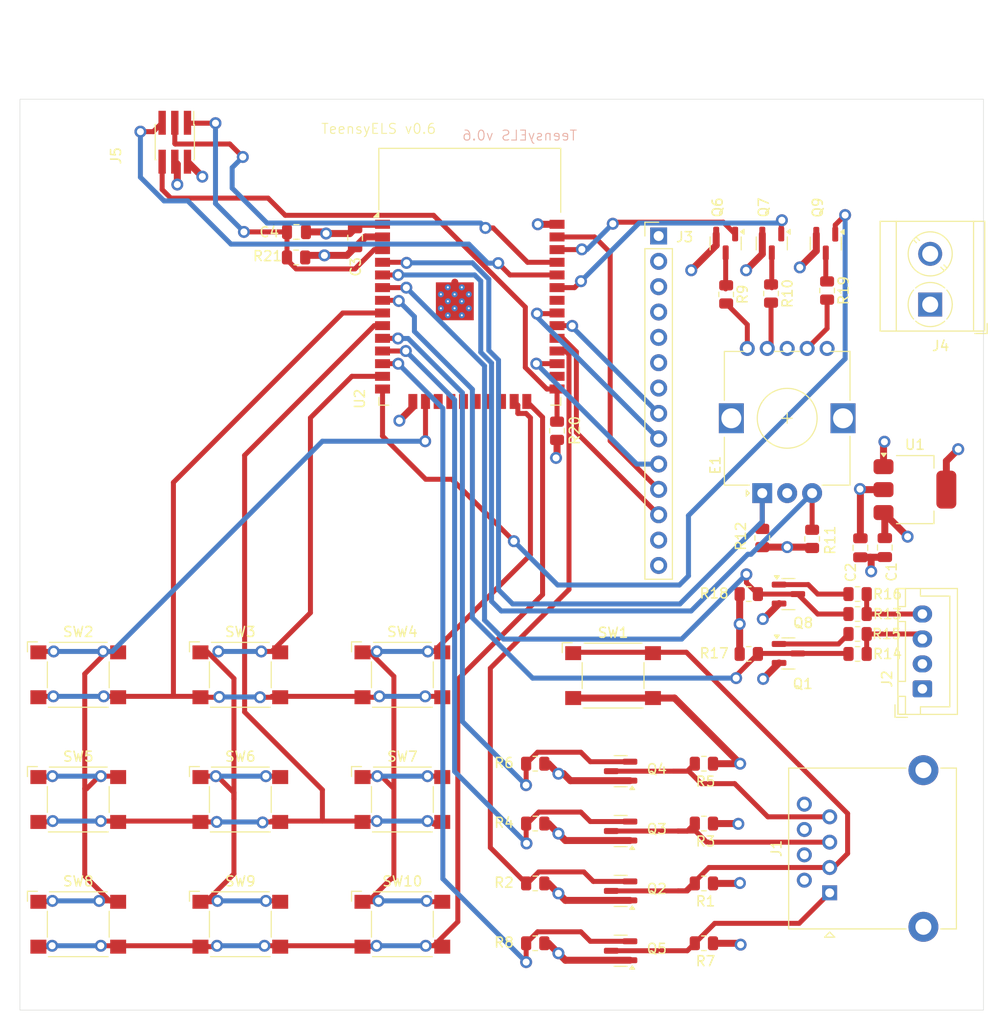
<source format=kicad_pcb>
(kicad_pcb (version 20241229) (generator "pcbnew") (generator_version "9.0")
  (layers (0 "F.Cu" signal) (4 "In1.Cu" signal) (6 "In2.Cu" signal) (2 "B.Cu" signal) (13 "F.Paste" user) (15 "B.Paste" user) (5 "F.SilkS" user "F.Silkscreen") (7 "B.SilkS" user "B.Silkscreen") (1 "F.Mask" user) (3 "B.Mask" user) (25 "Edge.Cuts" user))
  (net 0 "")
  (net 1 "GND")
  (net 2 "Net-(Q4-D)")
  (net 3 "Net-(Q5-D)")
  (net 4 "Net-(Q2-D)")
  (net 5 "Net-(Q3-D)")
  (net 6 "+5V")
  (net 7 "Net-(J2-Pin_4)")
  (net 8 "Net-(J2-Pin_3)")
  (net 9 "/Step")
  (net 10 "/UIEncA")
  (net 11 "/PadH1")
  (net 12 "/Red")
  (net 13 "/EncA")
  (net 14 "/PadH3")
  (net 15 "/PadV2")
  (net 16 "/PadV3")
  (net 17 "/Alm")
  (net 18 "+3.3V")
  (net 19 "/Green")
  (net 20 "/Ena")
  (net 21 "/PadV1")
  (net 22 "/PadH2")
  (net 23 "/Dir")
  (net 24 "/UIEncB")
  (net 25 "/EncB")
  (net 26 "Net-(Q1-G)")
  (net 27 "Net-(Q6-D)")
  (net 28 "Net-(Q7-D)")
  (net 29 "Net-(Q8-G)")
  (net 30 "Net-(E1-RL)")
  (net 31 "/EN")
  (net 32 "Net-(E1-GL)")
  (net 34 "Net-(E1-BL)")
  (net 35 "/RXD")
  (net 36 "/BOOT")
  (net 37 "/TXD")
  (net 38 "Net-(Q9-D)")
  (net 40 "/LCD_DC")
  (net 41 "/LCD_Rst")
  (net 44 "/LCD_CLK")
  (net 45 "/LCD_MOSI")
  (net 47 "/LCD_CS")
  (net 51 "/Blue")
  (net 52 "/LCD_BL")
  (net 54 "/LCD_MISO")
  (footprint "RF_Module:ESP32-WROOM-32D" (layer "F.Cu") (at 62.11 40.685)
    (property "Reference" "U2")
    (property "Value" "ESP32-WROOM-32E" (hide yes))
  )
  (footprint "Connector_PinHeader_2.54mm:PinHeader_1x14_P2.54mm_Vertical" (layer "F.Cu") (at 81.05 33.61)
    (property "Reference" "J3")
    (property "Value" "Conn_01x14_Socket" (hide yes))
  )
  (footprint "Package_TO_SOT_SMD:SOT-23" (layer "F.Cu") (at 77.2375 93.25 180)
    (property "Reference" "Q3")
    (property "Value" "BSS138" (hide yes))
  )
  (footprint "Resistor_SMD:R_0805_2012Metric" (layer "F.Cu") (at 90.0875 69.5 180)
    (property "Reference" "R18")
    (property "Value" "10K" (hide yes))
  )
  (footprint "" (layer "F.Cu") (at 21.86 67.06)
    (property "Reference" "")
    (property "Value" "")
  )
  (footprint "Resistor_SMD:R_0805_2012Metric" (layer "F.Cu") (at 68.675 92.5)
    (property "Reference" "R4")
    (property "Value" "10K" (hide yes))
  )
  (footprint "Package_TO_SOT_SMD:SOT-23" (layer "F.Cu") (at 97.81 34.3675 -90)
    (property "Reference" "Q9")
    (property "Value" "BSS138")
  )
  (footprint "Package_TO_SOT_SMD:SOT-23" (layer "F.Cu") (at 94.0625 69.5)
    (property "Reference" "Q8")
    (property "Value" "BSS138" (hide yes))
  )
  (footprint "Package_TO_SOT_SMD:SOT-23" (layer "F.Cu") (at 92.395 34.35 -90)
    (property "Reference" "Q7")
    (property "Value" "BSS138" (hide yes))
  )
  (footprint "Resistor_SMD:R_0805_2012Metric" (layer "F.Cu") (at 96.44 63.9675 -90)
    (property "Reference" "R11")
    (property "Value" "10K" (hide yes))
  )
  (footprint "Resistor_SMD:R_0805_2012Metric" (layer "F.Cu") (at 91.44 63.88 90)
    (property "Reference" "R12")
    (property "Value" "10K" (hide yes))
  )
  (footprint "" (layer "F.Cu") (at 20.21 23.57)
    (property "Reference" "")
    (property "Value" "")
  )
  (footprint "Connector_JST:JST_XH_B4B-XH-A_1x04_P2.50mm_Vertical" (layer "F.Cu") (at 107.5 79 90)
    (property "Reference" "J2")
    (property "Value" "Conn_01x04_Pin" (hide yes))
  )
  (footprint "TerminalBlock_CUI:TerminalBlock_CUI_TB007-508-02_1x02_P5.08mm_Horizontal" (layer "F.Cu") (at 108.28 40.48 90)
    (property "Reference" "J4")
    (property "Value" "Screw_Terminal_01x02" (hide yes))
  )
  (footprint "Resistor_SMD:R_0805_2012Metric" (layer "F.Cu") (at 85.5875 104.5 180)
    (property "Reference" "R7")
    (property "Value" "10K" (hide yes))
  )
  (footprint "Button_Switch_SMD:SW_SPST_Omron_B3FS-101xP" (layer "F.Cu") (at 22.85 102.59)
    (property "Reference" "SW8")
    (property "Value" "SW_Omron_B3FS")
  )
  (footprint "Resistor_SMD:R_0805_2012Metric" (layer "F.Cu") (at 101 75.5 180)
    (property "Reference" "R14")
    (property "Value" "0K" (hide yes))
  )
  (footprint "Resistor_SMD:R_0805_2012Metric" (layer "F.Cu") (at 70.86 53.13 -90)
    (property "Reference" "R20")
    (property "Value" "10K")
  )
  (footprint "Capacitor_SMD:C_0805_2012Metric" (layer "F.Cu") (at 101.28 64.86 90)
    (property "Reference" "C2")
    (property "Value" "22uF" (hide yes))
  )
  (footprint "Resistor_SMD:R_0805_2012Metric" (layer "F.Cu") (at 85.5875 98.5 180)
    (property "Reference" "R1")
    (property "Value" "10K" (hide yes))
  )
  (footprint "Connector_PinHeader_1.27mm:PinHeader_2x03_P1.27mm_Vertical_SMD" (layer "F.Cu") (at 32.53 24.21 -90)
    (property "Reference" "J5")
    (property "Value" "Conn_02x03_Odd_Even" (hide yes))
  )
  (footprint "" (layer "F.Cu") (at 110.16 23.57)
    (property "Reference" "")
    (property "Value" "")
  )
  (footprint "Resistor_SMD:R_0805_2012Metric" (layer "F.Cu") (at 68.675 86.5)
    (property "Reference" "R6")
    (property "Value" "10K" (hide yes))
  )
  (footprint "Button_Switch_SMD:SW_SPST_Omron_B3FS-101xP" (layer "F.Cu") (at 39.1 90.09)
    (property "Reference" "SW6")
    (property "Value" "SW_Omron_B3FS")
  )
  (footprint "Package_TO_SOT_SMD:SOT-223-3_TabPin2" (layer "F.Cu") (at 106.75 59.03)
    (property "Reference" "U1")
    (property "Value" "AMS1117-3.3" (hide yes))
  )
  (footprint "Resistor_SMD:R_0805_2012Metric" (layer "F.Cu") (at 44.6925 35.76)
    (property "Reference" "R21")
    (property "Value" "10K" (hide yes))
  )
  (footprint "Resistor_SMD:R_0805_2012Metric" (layer "F.Cu") (at 85.5875 92.5 180)
    (property "Reference" "R3")
    (property "Value" "10K" (hide yes))
  )
  (footprint "Resistor_SMD:R_0805_2012Metric" (layer "F.Cu") (at 101 73.5 180)
    (property "Reference" "R15")
    (property "Value" "1K" (hide yes))
  )
  (footprint "Button_Switch_SMD:SW_SPST_Omron_B3FS-101xP" (layer "F.Cu") (at 76.48 77.67)
    (property "Reference" "SW1")
    (property "Value" "SW_Omron_B3FS")
  )
  (footprint "Package_TO_SOT_SMD:SOT-23" (layer "F.Cu") (at 77.2375 99.25 180)
    (property "Reference" "Q2")
    (property "Value" "BSS138" (hide yes))
  )
  (footprint "Resistor_SMD:R_0805_2012Metric" (layer "F.Cu") (at 97.94 39.075 -90)
    (property "Reference" "R19")
    (property "Value" "330R")
  )
  (footprint "Resistor_SMD:R_0805_2012Metric" (layer "F.Cu") (at 90.0875 75.5 180)
    (property "Reference" "R17")
    (property "Value" "1K" (hide yes))
  )
  (footprint "Resistor_SMD:R_0805_2012Metric" (layer "F.Cu") (at 101 69.5 180)
    (property "Reference" "R16")
    (property "Value" "1K" (hide yes))
  )
  (footprint "Package_TO_SOT_SMD:SOT-23" (layer "F.Cu") (at 77.2375 105.25 180)
    (property "Reference" "Q5")
    (property "Value" "BSS138" (hide yes))
  )
  (footprint "Resistor_SMD:R_0805_2012Metric" (layer "F.Cu") (at 85.5875 86.5 180)
    (property "Reference" "R5")
    (property "Value" "10K" (hide yes))
  )
  (footprint "Button_Switch_SMD:SW_SPST_Omron_B3FS-101xP" (layer "F.Cu") (at 39.1 77.59)
    (property "Reference" "SW3")
    (property "Value" "SW_Omron_B3FS")
  )
  (footprint "Capacitor_SMD:C_0805_2012Metric" (layer "F.Cu") (at 44.73 33.2)
    (property "Reference" "C4")
    (property "Value" "0.1uF")
  )
  (footprint "Package_TO_SOT_SMD:SOT-23" (layer "F.Cu") (at 94.0625 75.45)
    (property "Reference" "Q1")
    (property "Value" "BSS138" (hide yes))
  )
  (footprint "Resistor_SMD:R_0805_2012Metric" (layer "F.Cu") (at 87.82 39.4625 -90)
    (property "Reference" "R9")
    (property "Value" "330R" (hide yes))
  )
  (footprint "" (layer "F.Cu") (at 110.16 107.6)
    (property "Reference" "")
    (property "Value" "")
  )
  (footprint "Package_TO_SOT_SMD:SOT-23" (layer "F.Cu") (at 77.2375 87.25 180)
    (property "Reference" "Q4")
    (property "Value" "BSS138" (hide yes))
  )
  (footprint "Connector_RJ:RJ45_RCH_RC01937" (layer "F.Cu") (at 98.2 99.445 90)
    (property "Reference" "J1")
    (property "Value" "RJ45_Shielded" (hide yes))
  )
  (footprint "" (layer "F.Cu") (at 21.86 32.85)
    (property "Reference" "")
    (property "Value" "")
  )
  (footprint "Resistor_SMD:R_0805_2012Metric" (layer "F.Cu") (at 92.32 39.375 -90)
    (property "Reference" "R10")
    (property "Value" "330R" (hide yes))
  )
  (footprint "Capacitor_SMD:C_0805_2012Metric" (layer "F.Cu") (at 50.61 33.79 90)
    (property "Reference" "C3")
    (property "Value" "0.1uF")
  )
  (footprint "Button_Switch_SMD:SW_SPST_Omron_B3FS-101xP" (layer "F.Cu") (at 55.35 77.59)
    (property "Reference" "SW4")
    (property "Value" "SW_Omron_B3FS")
  )
  (footprint "" (layer "F.Cu") (at 30.5 97.5)
    (property "Reference" "")
    (property "Value" "")
  )
  (footprint "Resistor_SMD:R_0805_2012Metric" (layer "F.Cu") (at 68.675 98.5)
    (property "Reference" "R2")
    (property "Value" "10K" (hide yes))
  )
  (footprint "Resistor_SMD:R_0805_2012Metric" (layer "F.Cu") (at 68.675 104.5)
    (property "Reference" "R8")
    (property "Value" "10K" (hide yes))
  )
  (footprint "Package_TO_SOT_SMD:SOT-23" (layer "F.Cu") (at 87.77 34.35 -90)
    (property "Reference" "Q6")
    (property "Value" "BSS138" (hide yes))
  )
  (footprint "Button_Switch_SMD:SW_SPST_Omron_B3FS-101xP" (layer "F.Cu") (at 22.85 77.59)
    (property "Reference" "SW2")
    (property "Value" "SW_Omron_B3FS")
  )
  (footprint "Rotary:Sparkfun" (layer "F.Cu") (at 93.94 51.88 90)
    (property "Reference" "E1")
    (property "Value" "~")
  )
  (footprint "Resistor_SMD:R_0805_2012Metric" (layer "F.Cu") (at 101 71.5 180)
    (property "Reference" "R13")
    (property "Value" "0K" (hide yes))
  )
  (footprint "Button_Switch_SMD:SW_SPST_Omron_B3FS-101xP" (layer "F.Cu") (at 55.35 90.09)
    (property "Reference" "SW7")
    (property "Value" "SW_Omron_B3FS")
  )
  (footprint "Button_Switch_SMD:SW_SPST_Omron_B3FS-101xP" (layer "F.Cu") (at 22.85 90.09)
    (property "Reference" "SW5")
    (property "Value" "SW_Omron_B3FS")
  )
  (footprint "Capacitor_SMD:C_0805_2012Metric" (layer "F.Cu") (at 103.73 64.84 90)
    (property "Reference" "C1")
    (property "Value" "10uF" (hide yes))
  )
  (footprint "Button_Switch_SMD:SW_SPST_Omron_B3FS-101xP" (layer "F.Cu") (at 39.1 102.59)
    (property "Reference" "SW9")
    (property "Value" "SW_Omron_B3FS")
  )
  (footprint "Button_Switch_SMD:SW_SPST_Omron_B3FS-101xP" (layer "F.Cu") (at 55.35 102.59)
    (property "Reference" "SW10")
    (property "Value" "SW_Omron_B3FS")
  )
  (gr_rect (start 17 19.9) (end 113.62 111.2) (stroke (width 0.05)) (fill no) (layer "Edge.Cuts"))
  (gr_text "TeensyELS v0.6\n\n" (at 47.14 25.06 0) (layer "F.SilkS") (effects (font (size 1 1) (thickness 0.1)) (justify left bottom)))
  (gr_text "TeensyELS v0.6\n" (at 72.94 24.12 0) (layer "B.SilkS") (effects (font (size 1 1) (thickness 0.1)) (justify left bottom mirror)))
  (segment (start 70.86 32.435) (end 68.93 32.435) (width 0.7) (layer "F.Cu") (net 1))
  (segment (start 56.4 50.77) (end 55.05 52.12) (width 0.7) (layer "F.Cu") (net 1))
  (segment (start 96.86 33.43) (end 96.86 35.1) (width 0.7) (layer "F.Cu") (net 1))
  (segment (start 47.7 33.36) (end 47.54 33.2) (width 0.7) (layer "F.Cu") (net 1))
  (segment (start 47.7 33.36) (end 50.09 33.36) (width 0.7) (layer "F.Cu") (net 1))
  (segment (start 56.4 50.195) (end 56.4 50.77) (width 0.7) (layer "F.Cu") (net 1))
  (segment (start 103.6 54.32) (end 103.69 54.23) (width 0.7) (layer "F.Cu") (net 1))
  (segment (start 93.125 70.45) (end 91.575 72) (width 0.7) (layer "F.Cu") (net 1))
  (segment (start 96.86 35.1) (end 95.205 36.755) (width 0.7) (layer "F.Cu") (net 1))
  (segment (start 103.6 56.73) (end 103.6 54.32) (width 0.7) (layer "F.Cu") (net 1))
  (segment (start 91.445 33.4125) (end 91.445 35.41875) (width 0.7) (layer "F.Cu") (net 1))
  (segment (start 103.71 65.81) (end 103.73 65.79) (width 0.7) (layer "F.Cu") (net 1))
  (segment (start 86.82 34.54375) (end 84.32 37.04375) (width 0.7) (layer "F.Cu") (net 1))
  (segment (start 102.36 65.89) (end 102.28 65.81) (width 0.7) (layer "F.Cu") (net 1))
  (segment (start 32.78 26.41) (end 32.53 26.16) (width 0.7) (layer "F.Cu") (net 1))
  (segment (start 86.82 33.4125) (end 86.82 34.54375) (width 0.7) (layer "F.Cu") (net 1))
  (segment (start 60.61 38.235) (end 60.61 40.155) (width 0.7) (layer "F.Cu") (net 1))
  (segment (start 50.09 33.36) (end 51.015 32.435) (width 0.7) (layer "F.Cu") (net 1))
  (segment (start 101.28 65.81) (end 102.28 65.81) (width 0.7) (layer "F.Cu") (net 1))
  (segment (start 91.445 35.41875) (end 89.82 37.04375) (width 0.7) (layer "F.Cu") (net 1))
  (segment (start 102.28 65.81) (end 103.71 65.81) (width 0.7) (layer "F.Cu") (net 1))
  (segment (start 93.125 76.4) (end 91.525 78) (width 0.7) (layer "F.Cu") (net 1))
  (segment (start 91.575 72) (end 91.5 72) (width 0.7) (layer "F.Cu") (net 1))
  (segment (start 47.54 33.2) (end 45.68 33.2) (width 0.7) (layer "F.Cu") (net 1))
  (segment (start 102.36 67.22) (end 102.36 65.89) (width 0.7) (layer "F.Cu") (net 1))
  (segment (start 51.015 32.435) (end 53.36 32.435) (width 0.7) (layer "F.Cu") (net 1))
  (segment (start 32.78 28.45) (end 32.78 26.41) (width 0.7) (layer "F.Cu") (net 1))
  (segment (start 59.45 41.315) (end 60.61 40.155) (width 0.7) (layer "F.Cu") (net 1))
  (via (at 91.525 78) (size 1.2) (drill 0.7) (layers "F.Cu" "B.Cu") (net 1))
  (via (at 102.36 67.22) (size 1.2) (drill 0.7) (layers "F.Cu" "B.Cu") (net 1))
  (via (at 47.7 33.36) (size 1.2) (drill 0.7) (layers "F.Cu" "B.Cu") (net 1))
  (via (at 103.69 54.23) (size 1.2) (drill 0.7) (layers "F.Cu" "B.Cu") (net 1))
  (via (at 91.5 72) (size 1.2) (drill 0.7) (layers "F.Cu" "B.Cu") (net 1))
  (via (at 68.93 32.435) (size 1.2) (drill 0.7) (layers "F.Cu" "B.Cu") (net 1))
  (via (at 32.78 28.45) (size 1.2) (drill 0.7) (layers "F.Cu" "B.Cu") (net 1))
  (via (at 95.205 36.755) (size 1.2) (drill 0.7) (layers "F.Cu" "B.Cu") (net 1))
  (via (at 55.05 52.12) (size 1.2) (drill 0.7) (layers "F.Cu" "B.Cu") (net 1))
  (via (at 84.32 37.04375) (size 1.2) (drill 0.7) (layers "F.Cu" "B.Cu") (net 1))
  (via (at 89.82 37.04375) (size 1.2) (drill 0.7) (layers "F.Cu" "B.Cu") (net 1))
  (segment (start 82.5 87.25) (end 83.925 87.25) (width 0.5) (layer "F.Cu") (net 2))
  (segment (start 92 91.825) (end 98.2 91.825) (width 0.5) (layer "F.Cu") (net 2))
  (segment (start 85.325 88.5) (end 88.675 88.5) (width 0.5) (layer "F.Cu") (net 2))
  (segment (start 82.5 87.25) (end 84.075 87.25) (width 0.5) (layer "F.Cu") (net 2))
  (segment (start 84.075 87.25) (end 85.325 88.5) (width 0.5) (layer "F.Cu") (net 2))
  (segment (start 88.675 88.5) (end 92 91.825) (width 0.5) (layer "F.Cu") (net 2))
  (segment (start 84.675 86.5) (end 83.925 87.25) (width 0.5) (layer "F.Cu") (net 2))
  (segment (start 82.5 87.25) (end 76.3 87.25) (width 0.5) (layer "F.Cu") (net 2))
  (segment (start 76.3 105.25) (end 83.925 105.25) (width 0.5) (layer "F.Cu") (net 3))
  (segment (start 84.675 104.5) (end 83.925 105.25) (width 0.5) (layer "F.Cu") (net 3))
  (segment (start 84.675 104.5) (end 86.675 102.5) (width 0.5) (layer "F.Cu") (net 3))
  (segment (start 86.675 102.5) (end 95.145 102.5) (width 0.5) (layer "F.Cu") (net 3))
  (segment (start 95.145 102.5) (end 98.2 99.445) (width 0.5) (layer "F.Cu") (net 3))
  (segment (start 83 99.25) (end 83.75 99.25) (width 0.5) (layer "F.Cu") (net 4))
  (segment (start 100 95.5) (end 98.595 96.905) (width 0.5) (layer "F.Cu") (net 4))
  (segment (start 83.925 99.25) (end 83 99.25) (width 0.5) (layer "F.Cu") (net 4))
  (segment (start 86.095 96.905) (end 98.2 96.905) (width 0.5) (layer "F.Cu") (net 4))
  (segment (start 83 99.25) (end 76.3 99.25) (width 0.5) (layer "F.Cu") (net 4))
  (segment (start 79.63 75.33) (end 83.83 75.33) (width 0.5) (layer "F.Cu") (net 4))
  (segment (start 83.75 99.25) (end 86.095 96.905) (width 0.5) (layer "F.Cu") (net 4))
  (segment (start 73.13 75.33) (end 79.63 75.33) (width 0.5) (layer "F.Cu") (net 4))
  (segment (start 100 91.5) (end 100 95.5) (width 0.5) (layer "F.Cu") (net 4))
  (segment (start 98.595 96.905) (end 98.2 96.905) (width 0.5) (layer "F.Cu") (net 4))
  (segment (start 83.83 75.33) (end 100 91.5) (width 0.5) (layer "F.Cu") (net 4))
  (segment (start 84.675 98.5) (end 83.925 99.25) (width 0.5) (layer "F.Cu") (net 4))
  (segment (start 84.675 92.5) (end 83.925 93.25) (width 0.5) (layer "F.Cu") (net 5))
  (segment (start 84.75 93.25) (end 85.865 94.365) (width 0.5) (layer "F.Cu") (net 5))
  (segment (start 85.865 94.365) (end 98.2 94.365) (width 0.5) (layer "F.Cu") (net 5))
  (segment (start 83 93.25) (end 76.3 93.25) (width 0.5) (layer "F.Cu") (net 5))
  (segment (start 83 93.25) (end 84.75 93.25) (width 0.5) (layer "F.Cu") (net 5))
  (segment (start 83.925 93.25) (end 83 93.25) (width 0.5) (layer "F.Cu") (net 5))
  (segment (start 103.73 63.89) (end 103.73 61.46) (width 0.7) (layer "F.Cu") (net 6))
  (segment (start 89.16 98.5) (end 89.2 98.46) (width 0.7) (layer "F.Cu") (net 6))
  (segment (start 89.01 92.5) (end 89.04 92.53) (width 0.7) (layer "F.Cu") (net 6))
  (segment (start 86.5 86.5) (end 89.22 86.5) (width 0.7) (layer "F.Cu") (net 6))
  (segment (start 103.73 61.46) (end 103.6 61.33) (width 0.7) (layer "F.Cu") (net 6))
  (segment (start 89.13 104.5) (end 89.27 104.64) (width 0.7) (layer "F.Cu") (net 6))
  (segment (start 86.5 98.5) (end 89.16 98.5) (width 0.7) (layer "F.Cu") (net 6))
  (segment (start 82.64 79.92) (end 80.48 79.92) (width 0.7) (layer "F.Cu") (net 6))
  (segment (start 86.5 92.5) (end 89.01 92.5) (width 0.7) (layer "F.Cu") (net 6))
  (segment (start 89.22 86.5) (end 82.64 79.92) (width 0.7) (layer "F.Cu") (net 6))
  (segment (start 80.48 79.92) (end 72.48 79.92) (width 0.7) (layer "F.Cu") (net 6))
  (segment (start 86.5 104.5) (end 89.13 104.5) (width 0.7) (layer "F.Cu") (net 6))
  (segment (start 106.01559 63.74559) (end 103.6 61.33) (width 0.7) (layer "F.Cu") (net 6))
  (via (at 89.22 86.5) (size 1.2) (drill 0.7) (layers "F.Cu" "B.Cu") (net 6))
  (via (at 89.2 98.46) (size 1.2) (drill 0.7) (layers "F.Cu" "B.Cu") (net 6))
  (via (at 106.01559 63.74559) (size 1.2) (drill 0.7) (layers "F.Cu" "B.Cu") (net 6))
  (via (at 89.04 92.53) (size 1.2) (drill 0.7) (layers "F.Cu" "B.Cu") (net 6))
  (via (at 89.27 104.64) (size 1.2) (drill 0.7) (layers "F.Cu" "B.Cu") (net 6))
  (segment (start 101.9125 71.5) (end 107.5 71.5) (width 0.5) (layer "F.Cu") (net 7))
  (segment (start 101.9125 71.5) (end 101.9125 69.5) (width 0.5) (layer "F.Cu") (net 7))
  (segment (start 101.9125 73.5) (end 107 73.5) (width 0.5) (layer "F.Cu") (net 8))
  (segment (start 101.9125 75.5) (end 101.9125 73.5) (width 0.5) (layer "F.Cu") (net 8))
  (segment (start 107 73.5) (end 107.5 74) (width 0.5) (layer "F.Cu") (net 8))
  (segment (start 54.895 43.865) (end 54.91 43.88) (width 0.5) (layer "F.Cu") (net 9))
  (segment (start 68.9125 85.35) (end 73.25 85.35) (width 0.5) (layer "F.Cu") (net 9))
  (segment (start 73.25 85.35) (end 74.2 86.3) (width 0.5) (layer "F.Cu") (net 9))
  (segment (start 78.175 86.3) (end 74.2 86.3) (width 0.5) (layer "F.Cu") (net 9))
  (segment (start 67.75 88.65) (end 67.7625 88.6375) (width 0.5) (layer "F.Cu") (net 9))
  (segment (start 67.7625 86.5) (end 68.9125 85.35) (width 0.5) (layer "F.Cu") (net 9))
  (segment (start 53.36 43.865) (end 54.895 43.865) (width 0.5) (layer "F.Cu") (net 9))
  (segment (start 67.7625 86.5) (end 67.7625 88.6375) (width 0.5) (layer "F.Cu") (net 9))
  (via (at 54.91 43.88) (size 1.2) (drill 0.7) (layers "F.Cu" "B.Cu") (net 9))
  (via (at 67.75 88.65) (size 1.2) (drill 0.7) (layers "F.Cu" "B.Cu") (net 9))
  (segment (start 61.37 82.27) (end 67.75 88.65) (width 0.5) (layer "B.Cu") (net 9))
  (segment (start 54.91 43.88) (end 55.924925 43.88) (width 0.5) (layer "B.Cu") (net 9))
  (segment (start 55.924925 43.88) (end 61.37 49.325075) (width 0.5) (layer "B.Cu") (net 9))
  (segment (start 61.37 49.325075) (end 61.37 82.27) (width 0.5) (layer "B.Cu") (net 9))
  (segment (start 55.77 36.3) (end 55.715 36.245) (width 0.5) (layer "F.Cu") (net 10))
  (segment (start 91.44 59.38) (end 91.44 62.9675) (width 0.5) (layer "F.Cu") (net 10))
  (segment (start 55.715 36.245) (end 53.36 36.245) (width 0.5) (layer "F.Cu") (net 10))
  (via (at 55.77 36.3) (size 1.2) (drill 0.7) (layers "F.Cu" "B.Cu") (net 10))
  (segment (start 83.181 70.489) (end 91.44 62.23) (width 0.5) (layer "B.Cu") (net 10))
  (segment (start 62.38 36.3) (end 64.02 37.94) (width 0.5) (layer "B.Cu") (net 10))
  (segment (start 91.44 62.23) (end 91.44 59.38) (width 0.5) (layer "B.Cu") (net 10))
  (segment (start 64.992 46.049272) (end 64.992 69.072) (width 0.5) (layer "B.Cu") (net 10))
  (segment (start 64.02 37.94) (end 64.02 45.077272) (width 0.5) (layer "B.Cu") (net 10))
  (segment (start 66.409 70.489) (end 83.181 70.489) (width 0.5) (layer "B.Cu") (net 10))
  (segment (start 64.02 45.077272) (end 64.992 46.049272) (width 0.5) (layer "B.Cu") (net 10))
  (segment (start 64.992 69.072) (end 66.409 70.489) (width 0.5) (layer "B.Cu") (net 10))
  (segment (start 55.77 36.3) (end 62.38 36.3) (width 0.5) (layer "B.Cu") (net 10))
  (segment (start 43.1 79.84) (end 41.07 79.84) (width 0.5) (layer "F.Cu") (net 11))
  (segment (start 20.35 79.75) (end 18.94 79.75) (width 0.5) (layer "F.Cu") (net 11))
  (segment (start 32.39 79.75) (end 32.39 58.31) (width 0.5) (layer "F.Cu") (net 11))
  (segment (start 49.375 41.325) (end 53.36 41.325) (width 0.5) (layer "F.Cu") (net 11))
  (segment (start 18.94 79.75) (end 18.85 79.84) (width 0.5) (layer "F.Cu") (net 11))
  (segment (start 35.1 79.84) (end 36.96 79.84) (width 0.5) (layer "F.Cu") (net 11))
  (segment (start 42.25 79.75) (end 52 79.75) (width 0.5) (layer "F.Cu") (net 11))
  (segment (start 51.35 79.84) (end 52.96 79.84) (width 0.5) (layer "F.Cu") (net 11))
  (segment (start 52.96 79.84) (end 53.05 79.75) (width 0.5) (layer "F.Cu") (net 11))
  (segment (start 59.26 79.75) (end 59.35 79.84) (width 0.5) (layer "F.Cu") (net 11))
  (segment (start 36.96 79.84) (end 36.99 79.81) (width 0.5) (layer "F.Cu") (net 11))
  (segment (start 57.64 79.75) (end 59.26 79.75) (width 0.5) (layer "F.Cu") (net 11))
  (segment (start 32.39 58.31) (end 49.375 41.325) (width 0.5) (layer "F.Cu") (net 11))
  (segment (start 26 79.75) (end 32.39 79.75) (width 0.5) (layer "F.Cu") (net 11))
  (segment (start 32.39 79.75) (end 35.75 79.75) (width 0.5) (layer "F.Cu") (net 11))
  (via (at 25.4 79.75) (size 1.2) (drill 0.7) (layers "F.Cu" "B.Cu") (net 11))
  (via (at 41.07 79.84) (size 1.2) (drill 0.7) (layers "F.Cu" "B.Cu") (net 11))
  (via (at 36.99 79.81) (size 1.2) (drill 0.7) (layers "F.Cu" "B.Cu") (net 11))
  (via (at 20.35 79.75) (size 1.2) (drill 0.7) (layers "F.Cu" "B.Cu") (net 11))
  (via (at 53.05 79.75) (size 1.2) (drill 0.7) (layers "F.Cu" "B.Cu") (net 11))
  (via (at 57.64 79.75) (size 1.2) (drill 0.7) (layers "F.Cu" "B.Cu") (net 11))
  (segment (start 36.99 79.81) (end 41.04 79.81) (width 0.5) (layer "B.Cu") (net 11))
  (segment (start 41.04 79.81) (end 41.07 79.84) (width 0.5) (layer "B.Cu") (net 11))
  (segment (start 53.05 79.75) (end 57.64 79.75) (width 0.5) (layer "B.Cu") (net 11))
  (segment (start 20.35 79.75) (end 25.4 79.75) (width 0.5) (layer "B.Cu") (net 11))
  (segment (start 76.606 32.224) (end 76.45 32.38) (width 0.5) (layer "F.Cu") (net 12))
  (segment (start 70.86 34.975) (end 73.325 34.975) (width 0.5) (layer "F.Cu") (net 12))
  (segment (start 88.72 33.4125) (end 87.5315 32.224) (width 0.5) (layer "F.Cu") (net 12))
  (segment (start 87.5315 32.224) (end 76.606 32.224) (width 0.5) (layer "F.Cu") (net 12))
  (segment (start 73.325 34.975) (end 73.35 34.95) (width 0.5) (layer "F.Cu") (net 12))
  (via (at 76.45 32.38) (size 1.2) (drill 0.7) (layers "F.Cu" "B.Cu") (net 12))
  (via (at 73.35 34.95) (size 1.2) (drill 0.7) (layers "F.Cu" "B.Cu") (net 12))
  (segment (start 73.35 34.95) (end 73.88 34.95) (width 0.5) (layer "B.Cu") (net 12))
  (segment (start 73.88 34.95) (end 76.45 32.38) (width 0.5) (layer "B.Cu") (net 12))
  (segment (start 97 71.5) (end 100.0875 71.5) (width 0.5) (layer "F.Cu") (net 13))
  (segment (start 91 69.5) (end 95 69.5) (width 0.5) (layer "F.Cu") (net 13))
  (segment (start 89.85 68.35) (end 91 69.5) (width 0.5) (layer "F.Cu") (net 13))
  (segment (start 95 69.5) (end 97 71.5) (width 0.5) (layer "F.Cu") (net 13))
  (segment (start 53.36 38.785) (end 55.745 38.785) (width 0.5) (layer "F.Cu") (net 13))
  (segment (start 89.85 67.52) (end 89.85 68.35) (width 0.5) (layer "F.Cu") (net 13))
  (via (at 55.745 38.785) (size 1.2) (drill 0.7) (layers "F.Cu" "B.Cu") (net 13))
  (via (at 89.85 67.52) (size 1.2) (drill 0.7) (layers "F.Cu" "B.Cu") (net 13))
  (segment (start 65.491364 74.01) (end 83.36 74.01) (width 0.5) (layer "B.Cu") (net 13))
  (segment (start 63.59 72.108636) (end 65.491364 74.01) (width 0.5) (layer "B.Cu") (net 13))
  (segment (start 55.745 38.785) (end 63.59 46.63) (width 0.5) (layer "B.Cu") (net 13))
  (segment (start 83.36 74.01) (end 89.85 67.52) (width 0.5) (layer "B.Cu") (net 13))
  (segment (start 63.59 46.63) (end 63.59 72.108636) (width 0.5) (layer "B.Cu") (net 13))
  (segment (start 59.26 104.75) (end 59.35 104.84) (width 0.5) (layer "F.Cu") (net 14))
  (segment (start 26 104.75) (end 35.75 104.75) (width 0.5) (layer "F.Cu") (net 14))
  (segment (start 69.41 69.55) (end 60.91 78.05) (width 0.5) (layer "F.Cu") (net 14))
  (segment (start 51.35 104.84) (end 52.67 104.84) (width 0.5) (layer "F.Cu") (net 14))
  (segment (start 52.67 104.84) (end 52.76 104.75) (width 0.5) (layer "F.Cu") (net 14))
  (segment (start 26.76 104.75) (end 26.85 104.84) (width 0.5) (layer "F.Cu") (net 14))
  (segment (start 18.85 104.84) (end 20.14 104.84) (width 0.5) (layer "F.Cu") (net 14))
  (segment (start 67.83 50.195) (end 69.41 51.775) (width 0.5) (layer "F.Cu") (net 14))
  (segment (start 43.01 104.75) (end 43.1 104.84) (width 0.5) (layer "F.Cu") (net 14))
  (segment (start 69.41 51.775) (end 69.41 69.55) (width 0.5) (layer "F.Cu") (net 14))
  (segment (start 60.91 102.34) (end 58.5 104.75) (width 0.5) (layer "F.Cu") (net 14))
  (segment (start 20.14 104.84) (end 20.23 104.75) (width 0.5) (layer "F.Cu") (net 14))
  (segment (start 41.52 104.75) (end 43.01 104.75) (width 0.5) (layer "F.Cu") (net 14))
  (segment (start 25.11 104.75) (end 26.76 104.75) (width 0.5) (layer "F.Cu") (net 14))
  (segment (start 35.1 104.84) (end 36.67 104.84) (width 0.5) (layer "F.Cu") (net 14))
  (segment (start 60.91 78.05) (end 60.91 102.34) (width 0.5) (layer "F.Cu") (net 14))
  (segment (start 57.69 104.75) (end 59.26 104.75) (width 0.5) (layer "F.Cu") (net 14))
  (segment (start 42.25 104.75) (end 52 104.75) (width 0.5) (layer "F.Cu") (net 14))
  (segment (start 36.67 104.84) (end 36.76 104.75) (width 0.5) (layer "F.Cu") (net 14))
  (via (at 57.69 104.75) (size 1.2) (drill 0.7) (layers "F.Cu" "B.Cu") (net 14))
  (via (at 52.76 104.75) (size 1.2) (drill 0.7) (layers "F.Cu" "B.Cu") (net 14))
  (via (at 25.11 104.75) (size 1.2) (drill 0.7) (layers "F.Cu" "B.Cu") (net 14))
  (via (at 41.52 104.75) (size 1.2) (drill 0.7) (layers "F.Cu" "B.Cu") (net 14))
  (via (at 36.76 104.75) (size 1.2) (drill 0.7) (layers "F.Cu" "B.Cu") (net 14))
  (via (at 20.23 104.75) (size 1.2) (drill 0.7) (layers "F.Cu" "B.Cu") (net 14))
  (segment (start 20.23 104.75) (end 25.11 104.75) (width 0.5) (layer "B.Cu") (net 14))
  (segment (start 52.76 104.75) (end 57.69 104.75) (width 0.5) (layer "B.Cu") (net 14))
  (segment (start 36.76 104.75) (end 41.52 104.75) (width 0.5) (layer "B.Cu") (net 14))
  (segment (start 38.46 77.96) (end 35.75 75.25) (width 0.5) (layer "F.Cu") (net 15))
  (segment (start 35.1 100.34) (end 36.72 100.34) (width 0.5) (layer "F.Cu") (net 15))
  (segment (start 42.25 75.25) (end 46.13 71.37) (width 0.5) (layer "F.Cu") (net 15))
  (segment (start 43.01 75.25) (end 43.1 75.34) (width 0.5) (layer "F.Cu") (net 15))
  (segment (start 41.2 75.25) (end 43.01 75.25) (width 0.5) (layer "F.Cu") (net 15))
  (segment (start 46.13 51.83) (end 50.285 47.675) (width 0.5) (layer "F.Cu") (net 15))
  (segment (start 36.8 87.75) (end 38.46 89.41) (width 0.5) (layer "F.Cu") (net 15))
  (segment (start 38.46 89.41) (end 38.46 90.04) (width 0.5) (layer "F.Cu") (net 15))
  (segment (start 41.66 100.25) (end 43.01 100.25) (width 0.5) (layer "F.Cu") (net 15))
  (segment (start 50.285 47.675) (end 53.36 47.675) (width 0.5) (layer "F.Cu") (net 15))
  (segment (start 36.72 100.34) (end 36.81 100.25) (width 0.5) (layer "F.Cu") (net 15))
  (segment (start 38.46 97.54) (end 38.46 90.04) (width 0.5) (layer "F.Cu") (net 15))
  (segment (start 43.01 87.75) (end 43.1 87.84) (width 0.5) (layer "F.Cu") (net 15))
  (segment (start 41.66 87.75) (end 43.01 87.75) (width 0.5) (layer "F.Cu") (net 15))
  (segment (start 43.01 100.25) (end 43.1 100.34) (width 0.5) (layer "F.Cu") (net 15))
  (segment (start 35.75 100.25) (end 38.46 97.54) (width 0.5) (layer "F.Cu") (net 15))
  (segment (start 38.46 90.04) (end 38.46 77.96) (width 0.5) (layer "F.Cu") (net 15))
  (segment (start 35.75 87.75) (end 36.8 87.75) (width 0.5) (layer "F.Cu") (net 15))
  (segment (start 46.13 71.37) (end 46.13 51.83) (width 0.5) (layer "F.Cu") (net 15))
  (via (at 41.66 87.75) (size 1.2) (drill 0.7) (layers "F.Cu" "B.Cu") (net 15))
  (via (at 36.9 75.25) (size 1.2) (drill 0.7) (layers "F.Cu" "B.Cu") (net 15))
  (via (at 41.2 75.25) (size 1.2) (drill 0.7) (layers "F.Cu" "B.Cu") (net 15))
  (via (at 41.66 100.25) (size 1.2) (drill 0.7) (layers "F.Cu" "B.Cu") (net 15))
  (via (at 36.64 87.75) (size 1.2) (drill 0.7) (layers "F.Cu" "B.Cu") (net 15))
  (via (at 36.81 100.25) (size 1.2) (drill 0.7) (layers "F.Cu" "B.Cu") (net 15))
  (segment (start 36.81 100.25) (end 41.66 100.25) (width 0.5) (layer "B.Cu") (net 15))
  (segment (start 36.9 75.25) (end 41.2 75.25) (width 0.5) (layer "B.Cu") (net 15))
  (segment (start 41.66 87.75) (end 36.64 87.75) (width 0.5) (layer "B.Cu") (net 15))
  (segment (start 57.87 87.75) (end 59.26 87.75) (width 0.5) (layer "F.Cu") (net 16))
  (segment (start 57.87 100.34) (end 57.78 100.25) (width 0.5) (layer "F.Cu") (net 16))
  (segment (start 51.35 100.34) (end 52.87 100.34) (width 0.5) (layer "F.Cu") (net 16))
  (segment (start 66.56 50.195) (end 66.929 50.564) (width 0.5) (layer "F.Cu") (net 16))
  (segment (start 54.25 98) (end 54.5 98) (width 0.5) (layer "F.Cu") (net 16))
  (segment (start 52.87 100.34) (end 52.96 100.25) (width 0.5) (layer "F.Cu") (net 16))
  (segment (start 52 87.75) (end 53.25 87.75) (width 0.5) (layer "F.Cu") (net 16))
  (segment (start 67.761 51.396) (end 68.19 51.825) (width 0.5) (layer "F.Cu") (net 16))
  (segment (start 66.929 51.396) (end 67.761 51.396) (width 0.5) (layer "F.Cu") (net 16))
  (segment (start 68.19 51.825) (end 68.19 65.56) (width 0.5) (layer "F.Cu") (net 16))
  (segment (start 59.35 100.34) (end 57.87 100.34) (width 0.5) (layer "F.Cu") (net 16))
  (segment (start 59.26 87.75) (end 59.35 87.84) (width 0.5) (layer "F.Cu") (net 16))
  (segment (start 54.5 98) (end 54.5 77.75) (width 0.5) (layer "F.Cu") (net 16))
  (segment (start 54.5 77.75) (end 52 75.25) (width 0.5) (layer "F.Cu") (net 16))
  (segment (start 68.19 65.56) (end 58.5 75.25) (width 0.5) (layer "F.Cu") (net 16))
  (segment (start 53.25 87.75) (end 54.5 89) (width 0.5) (layer "F.Cu") (net 16))
  (segment (start 52 100.25) (end 54.25 98) (width 0.5) (layer "F.Cu") (net 16))
  (segment (start 66.929 50.564) (end 66.929 51.396) (width 0.5) (layer "F.Cu") (net 16))
  (via (at 57.78 100.25) (size 1.2) (drill 0.7) (layers "F.Cu" "B.Cu") (net 16))
  (via (at 52.84 87.75) (size 1.2) (drill 0.7) (layers "F.Cu" "B.Cu") (net 16))
  (via (at 52.96 100.25) (size 1.2) (drill 0.7) (layers "F.Cu" "B.Cu") (net 16))
  (via (at 57.87 87.75) (size 1.2) (drill 0.7) (layers "F.Cu" "B.Cu") (net 16))
  (via (at 52.79 75.25) (size 1.2) (drill 0.7) (layers "F.Cu" "B.Cu") (net 16))
  (via (at 57.9 75.25) (size 1.2) (drill 0.7) (layers "F.Cu" "B.Cu") (net 16))
  (segment (start 52.79 75.25) (end 57.9 75.25) (width 0.5) (layer "B.Cu") (net 16))
  (segment (start 52.84 87.75) (end 57.87 87.75) (width 0.5) (layer "B.Cu") (net 16))
  (segment (start 52.96 100.25) (end 57.78 100.25) (width 0.5) (layer "B.Cu") (net 16))
  (segment (start 78.175 104.3) (end 74.2 104.3) (width 0.5) (layer "F.Cu") (net 17))
  (segment (start 67.7625 104.5) (end 67.7625 106.3875) (width 0.5) (layer "F.Cu") (net 17))
  (segment (start 73.25 103.35) (end 74.2 104.3) (width 0.5) (layer "F.Cu") (net 17))
  (segment (start 67.7625 104.5) (end 68.9125 103.35) (width 0.5) (layer "F.Cu") (net 17))
  (segment (start 53.36 46.405) (end 54.935 46.405) (width 0.5) (layer "F.Cu") (net 17))
  (segment (start 54.935 46.405) (end 54.94 46.41) (width 0.5) (layer "F.Cu") (net 17))
  (segment (start 68.9125 103.35) (end 73.25 103.35) (width 0.5) (layer "F.Cu") (net 17))
  (via (at 67.7625 106.3875) (size 1.2) (drill 0.7) (layers "F.Cu" "B.Cu") (net 17))
  (via (at 54.94 46.41) (size 1.2) (drill 0.7) (layers "F.Cu" "B.Cu") (net 17))
  (segment (start 59.41 50.88) (end 59.41 98.035) (width 0.5) (layer "B.Cu") (net 17))
  (segment (start 54.94 46.41) (end 59.41 50.88) (width 0.5) (layer "B.Cu") (net 17))
  (segment (start 59.41 98.035) (end 67.7625 106.3875) (width 0.5) (layer "B.Cu") (net 17))
  (segment (start 70.86 54.0425) (end 70.86 55.75) (width 0.7) (layer "F.Cu") (net 18))
  (segment (start 71 105.5) (end 71.7 106.2) (width 0.7) (layer "F.Cu") (net 18))
  (segment (start 93.94 64.7925) (end 96.3525 64.7925) (width 0.7) (layer "F.Cu") (net 18))
  (segment (start 91.44 64.7925) (end 93.94 64.7925) (width 0.7) (layer "F.Cu") (net 18))
  (segment (start 33.8 26.17) (end 35.29 27.66) (width 0.7) (layer "F.Cu") (net 18))
  (segment (start 103.6 59.03) (end 101.3 59.03) (width 0.7) (layer "F.Cu") (net 18))
  (segment (start 70 92.5) (end 71 93.5) (width 0.7) (layer "F.Cu") (net 18))
  (segment (start 69.5875 98.5) (end 70 98.5) (width 0.7) (layer "F.Cu") (net 18))
  (segment (start 70 98.5) (end 71 99.5) (width 0.7) (layer "F.Cu") (net 18))
  (segment (start 72.2 88.2) (end 78.175 88.2) (width 0.7) (layer "F.Cu") (net 18))
  (segment (start 33.8 26.16) (end 33.8 26.17) (width 0.7) (layer "F.Cu") (net 18))
  (segment (start 70 104.5) (end 71 105.5) (width 0.7) (layer "F.Cu") (net 18))
  (segment (start 70.86 55.75) (end 70.76 55.85) (width 0.7) (layer "F.Cu") (net 18))
  (segment (start 89.175 69.5) (end 89.175 72.5) (width 0.7) (layer "F.Cu") (net 18))
  (segment (start 51.645 33.705) (end 53.36 33.705) (width 0.7) (layer "F.Cu") (net 18))
  (segment (start 96.3525 64.7925) (end 96.44 64.88) (width 0.7) (layer "F.Cu") (net 18))
  (segment (start 47.53 35.55) (end 49.8 35.55) (width 0.7) (layer "F.Cu") (net 18))
  (segment (start 101.28 59.01) (end 101.24 58.97) (width 0.7) (layer "F.Cu") (net 18))
  (segment (start 71.7 94.2) (end 78.175 94.2) (width 0.7) (layer "F.Cu") (net 18))
  (segment (start 49.8 35.55) (end 51.645 33.705) (width 0.7) (layer "F.Cu") (net 18))
  (segment (start 69.5875 86.5) (end 70 86.5) (width 0.7) (layer "F.Cu") (net 18))
  (segment (start 69.5875 104.5) (end 70 104.5) (width 0.7) (layer "F.Cu") (net 18))
  (segment (start 71 93.5) (end 71.7 94.2) (width 0.7) (layer "F.Cu") (net 18))
  (segment (start 71.7 100.2) (end 78.175 100.2) (width 0.7) (layer "F.Cu") (net 18))
  (segment (start 109.9 56.17) (end 111.09 54.98) (width 0.7) (layer "F.Cu") (net 18))
  (segment (start 45.815 35.55) (end 45.605 35.76) (width 0.7) (layer "F.Cu") (net 18))
  (segment (start 70 86.5) (end 71 87.5) (width 0.7) (layer "F.Cu") (net 18))
  (segment (start 69.5875 92.5) (end 70 92.5) (width 0.7) (layer "F.Cu") (net 18))
  (segment (start 71.7 106.2) (end 78.175 106.2) (width 0.7) (layer "F.Cu") (net 18))
  (segment (start 101.28 63.91) (end 101.28 59.01) (width 0.7) (layer "F.Cu") (net 18))
  (segment (start 71.5 87.5) (end 72.2 88.2) (width 0.7) (layer "F.Cu") (net 18))
  (segment (start 109.9 59.03) (end 109.9 56.17) (width 0.7) (layer "F.Cu") (net 18))
  (segment (start 101.3 59.03) (end 101.24 58.97) (width 0.7) (layer "F.Cu") (net 18))
  (segment (start 47.53 35.55) (end 45.815 35.55) (width 0.7) (layer "F.Cu") (net 18))
  (segment (start 71 87.5) (end 71.5 87.5) (width 0.7) (layer "F.Cu") (net 18))
  (segment (start 71 99.5) (end 71.7 100.2) (width 0.7) (layer "F.Cu") (net 18))
  (segment (start 89.175 72.5) (end 89.175 75.5) (width 0.7) (layer "F.Cu") (net 18))
  (via (at 111.09 54.98) (size 1.2) (drill 0.7) (layers "F.Cu" "B.Cu") (net 18))
  (via (at 101.24 58.97) (size 1.2) (drill 0.7) (layers "F.Cu" "B.Cu") (net 18))
  (via (at 47.53 35.55) (size 1.2) (drill 0.7) (layers "F.Cu" "B.Cu") (net 18))
  (via (at 71 87.5) (size 1.2) (drill 0.7) (layers "F.Cu" "B.Cu") (net 18))
  (via (at 71 99.5) (size 1.2) (drill 0.7) (layers "F.Cu" "B.Cu") (net 18))
  (via (at 89.175 72.5) (size 1.2) (drill 0.7) (layers "F.Cu" "B.Cu") (net 18))
  (via (at 70.76 55.85) (size 1.2) (drill 0.7) (layers "F.Cu" "B.Cu") (net 18))
  (via (at 71 93.5) (size 1.2) (drill 0.7) (layers "F.Cu" "B.Cu") (net 18))
  (via (at 35.29 27.66) (size 1.2) (drill 0.7) (layers "F.Cu" "B.Cu") (net 18))
  (via (at 93.94 64.7925) (size 1.2) (drill 0.7) (layers "F.Cu" "B.Cu") (net 18))
  (via (at 71 105.5) (size 1.2) (drill 0.7) (layers "F.Cu" "B.Cu") (net 18))
  (segment (start 70.86 38.785) (end 72.615 38.785) (width 0.5) (layer "F.Cu") (net 19))
  (segment (start 93.41 32.03) (end 93.345 32.095) (width 0.5) (layer "F.Cu") (net 19))
  (segment (start 72.615 38.785) (end 73.26 38.14) (width 0.5) (layer "F.Cu") (net 19))
  (segment (start 93.345 32.095) (end 93.345 33.4125) (width 0.5) (layer "F.Cu") (net 19))
  (via (at 73.26 38.14) (size 1.2) (drill 0.7) (layers "F.Cu" "B.Cu") (net 19))
  (via (at 93.41 32.03) (size 1.2) (drill 0.7) (layers "F.Cu" "B.Cu") (net 19))
  (segment (start 93.13 32.31) (end 93.41 32.03) (width 0.5) (layer "B.Cu") (net 19))
  (segment (start 73.26 38.14) (end 79.09 32.31) (width 0.5) (layer "B.Cu") (net 19))
  (segment (start 79.09 32.31) (end 93.13 32.31) (width 0.5) (layer "B.Cu") (net 19))
  (segment (start 67.878122 98.5) (end 69.028122 97.35) (width 0.5) (layer "F.Cu") (net 20))
  (segment (start 64.17 94.9075) (end 67.7625 98.5) (width 0.5) (layer "F.Cu") (net 20))
  (segment (start 72.06 69.04) (end 64.17 76.93) (width 0.5) (layer "F.Cu") (net 20))
  (segment (start 73.55 97.35) (end 74.5 98.3) (width 0.5) (layer "F.Cu") (net 20))
  (segment (start 78.175 98.3) (end 74.5 98.3) (width 0.5) (layer "F.Cu") (net 20))
  (segment (start 64.17 76.93) (end 64.17 94.9075) (width 0.5) (layer "F.Cu") (net 20))
  (segment (start 72.06 45.505) (end 72.06 69.04) (width 0.5) (layer "F.Cu") (net 20))
  (segment (start 71.69 45.135) (end 72.06 45.505) (width 0.5) (layer "F.Cu") (net 20))
  (segment (start 70.86 45.135) (end 71.69 45.135) (width 0.5) (layer "F.Cu") (net 20))
  (segment (start 69.028122 97.35) (end 73.55 97.35) (width 0.5) (layer "F.Cu") (net 20))
  (segment (start 67.7625 98.5) (end 67.878122 98.5) (width 0.5) (layer "F.Cu") (net 20))
  (segment (start 24.94 100.25) (end 26.76 100.25) (width 0.5) (layer "F.Cu") (net 21))
  (segment (start 26 87.75) (end 24.95 87.75) (width 0.5) (layer "F.Cu") (net 21))
  (segment (start 25.34 75.25) (end 26.76 75.25) (width 0.5) (layer "F.Cu") (net 21))
  (segment (start 57.67 54.15) (end 57.64 54.18) (width 0.5) (layer "F.Cu") (net 21))
  (segment (start 23.5 77.5) (end 23.5 89) (width 0.5) (layer "F.Cu") (net 21))
  (segment (start 20.17 87.84) (end 20.26 87.75) (width 0.5) (layer "F.Cu") (net 21))
  (segment (start 23.7 89) (end 23.5 89) (width 0.5) (layer "F.Cu") (net 21))
  (segment (start 18.85 87.84) (end 20.17 87.84) (width 0.5) (layer "F.Cu") (net 21))
  (segment (start 26.76 75.25) (end 26.85 75.34) (width 0.5) (layer "F.Cu") (net 21))
  (segment (start 23.5 89) (end 23.5 97.75) (width 0.5) (layer "F.Cu") (net 21))
  (segment (start 26 75.25) (end 25.75 75.25) (width 0.5) (layer "F.Cu") (net 21))
  (segment (start 23.5 97.75) (end 26 100.25) (width 0.5) (layer "F.Cu") (net 21))
  (segment (start 18.85 100.34) (end 20.17 100.34) (width 0.5) (layer "F.Cu") (net 21))
  (segment (start 24.95 87.75) (end 23.7 89) (width 0.5) (layer "F.Cu") (net 21))
  (segment (start 26.76 100.25) (end 26.85 100.34) (width 0.5) (layer "F.Cu") (net 21))
  (segment (start 20.17 100.34) (end 20.26 100.25) (width 0.5) (layer "F.Cu") (net 21))
  (segment (start 25.75 75.25) (end 23.5 77.5) (width 0.5) (layer "F.Cu") (net 21))
  (segment (start 18.94 75.25) (end 18.85 75.34) (width 0.5) (layer "F.Cu") (net 21))
  (segment (start 57.67 50.195) (end 57.67 54.15) (width 0.5) (layer "F.Cu") (net 21))
  (segment (start 20.38 75.25) (end 18.94 75.25) (width 0.5) (layer "F.Cu") (net 21))
  (via (at 25.34 75.25) (size 1.2) (drill 0.7) (layers "F.Cu" "B.Cu") (net 21))
  (via (at 20.26 100.25) (size 1.2) (drill 0.7) (layers "F.Cu" "B.Cu") (net 21))
  (via (at 24.94 100.25) (size 1.2) (drill 0.7) (layers "F.Cu" "B.Cu") (net 21))
  (via (at 20.26 87.75) (size 1.2) (drill 0.7) (layers "F.Cu" "B.Cu") (net 21))
  (via (at 20.38 75.25) (size 1.2) (drill 0.7) (layers "F.Cu" "B.Cu") (net 21))
  (via (at 25.11 87.75) (size 1.2) (drill 0.7) (layers "F.Cu" "B.Cu") (net 21))
  (via (at 57.64 54.18) (size 1.2) (drill 0.7) (layers "F.Cu" "B.Cu") (net 21))
  (segment (start 25.34 75.25) (end 26 75.25) (width 0.5) (layer "B.Cu") (net 21))
  (segment (start 20.38 75.25) (end 25.34 75.25) (width 0.5) (layer "B.Cu") (net 21))
  (segment (start 26 75.25) (end 26.26 75.25) (width 0.5) (layer "B.Cu") (net 21))
  (segment (start 20.26 100.25) (end 24.94 100.25) (width 0.5) (layer "B.Cu") (net 21))
  (segment (start 25.11 87.75) (end 20.26 87.75) (width 0.5) (layer "B.Cu") (net 21))
  (segment (start 26.26 75.25) (end 47.33 54.18) (width 0.5) (layer "B.Cu") (net 21))
  (segment (start 47.33 54.18) (end 57.64 54.18) (width 0.5) (layer "B.Cu") (net 21))
  (segment (start 57.87 92.25) (end 58.2 92.25) (width 0.5) (layer "F.Cu") (net 22))
  (segment (start 41.38 92.34) (end 41.33 92.39) (width 0.5) (layer "F.Cu") (net 22))
  (segment (start 39.53 81.32) (end 39.53 55.595) (width 0.5) (layer "F.Cu") (net 22))
  (segment (start 42.25 92.25) (end 47.33 92.25) (width 0.5) (layer "F.Cu") (net 22))
  (segment (start 47.33 92.25) (end 52 92.25) (width 0.5) (layer "F.Cu") (net 22))
  (segment (start 47.33 92.25) (end 47.33 89.12) (width 0.5) (layer "F.Cu") (net 22))
  (segment (start 35.1 92.34) (end 36.73 92.34) (width 0.5) (layer "F.Cu") (net 22))
  (segment (start 43.01 92.25) (end 43.1 92.34) (width 0.5) (layer "F.Cu") (net 22))
  (segment (start 58.51 92.56) (end 58.73 92.34) (width 0.5) (layer "F.Cu") (net 22))
  (segment (start 58.73 92.34) (end 59.35 92.34) (width 0.5) (layer "F.Cu") (net 22))
  (segment (start 26 92.25) (end 35.75 92.25) (width 0.5) (layer "F.Cu") (net 22))
  (segment (start 39.53 55.595) (end 52.53 42.595) (width 0.5) (layer "F.Cu") (net 22))
  (segment (start 52.53 42.595) (end 53.36 42.595) (width 0.5) (layer "F.Cu") (net 22))
  (segment (start 20.2 92.34) (end 20.29 92.25) (width 0.5) (layer "F.Cu") (net 22))
  (segment (start 47.33 89.12) (end 39.53 81.32) (width 0.5) (layer "F.Cu") (net 22))
  (segment (start 18.85 92.34) (end 20.2 92.34) (width 0.5) (layer "F.Cu") (net 22))
  (segment (start 58.2 92.25) (end 58.51 92.56) (width 0.5) (layer "F.Cu") (net 22))
  (segment (start 25.11 92.25) (end 26.76 92.25) (width 0.5) (layer "F.Cu") (net 22))
  (segment (start 26.76 92.25) (end 26.85 92.34) (width 0.5) (layer "F.Cu") (net 22))
  (segment (start 43.1 92.34) (end 41.38 92.34) (width 0.5) (layer "F.Cu") (net 22))
  (via (at 57.87 92.25) (size 1.2) (drill 0.7) (layers "F.Cu" "B.Cu") (net 22))
  (via (at 41.33 92.39) (size 1.2) (drill 0.7) (layers "F.Cu" "B.Cu") (net 22))
  (via (at 36.73 92.34) (size 1.2) (drill 0.7) (layers "F.Cu" "B.Cu") (net 22))
  (via (at 20.29 92.25) (size 1.2) (drill 0.7) (layers "F.Cu" "B.Cu") (net 22))
  (via (at 52.79 92.25) (size 1.2) (drill 0.7) (layers "F.Cu" "B.Cu") (net 22))
  (via (at 25.11 92.25) (size 1.2) (drill 0.7) (layers "F.Cu" "B.Cu") (net 22))
  (segment (start 52.79 92.25) (end 57.87 92.25) (width 0.5) (layer "B.Cu") (net 22))
  (segment (start 41.28 92.34) (end 41.33 92.39) (width 0.5) (layer "B.Cu") (net 22))
  (segment (start 36.73 92.34) (end 41.28 92.34) (width 0.5) (layer "B.Cu") (net 22))
  (segment (start 20.29 92.25) (end 25.11 92.25) (width 0.5) (layer "B.Cu") (net 22))
  (segment (start 69.028122 91.35) (end 73.25 91.35) (width 0.5) (layer "F.Cu") (net 23))
  (segment (start 53.36 45.135) (end 55.695 45.135) (width 0.5) (layer "F.Cu") (net 23))
  (segment (start 67.7625 92.5) (end 67.7625 92.615622) (width 0.5) (layer "F.Cu") (net 23))
  (segment (start 67.7625 92.5) (end 67.7625 94.4525) (width 0.5) (layer "F.Cu") (net 23))
  (segment (start 73.25 91.35) (end 74.2 92.3) (width 0.5) (layer "F.Cu") (net 23))
  (segment (start 67.7625 94.4525) (end 67.8 94.49) (width 0.5) (layer "F.Cu") (net 23))
  (segment (start 74.2 92.3) (end 78.175 92.3) (width 0.5) (layer "F.Cu") (net 23))
  (segment (start 67.7625 92.615622) (end 69.028122 91.35) (width 0.5) (layer "F.Cu") (net 23))
  (via (at 67.8 94.49) (size 1.2) (drill 0.7) (layers "F.Cu" "B.Cu") (net 23))
  (via (at 55.695 45.135) (size 1.2) (drill 0.7) (layers "F.Cu" "B.Cu") (net 23))
  (segment (start 60.59 50.03) (end 60.59 87.28) (width 0.5) (layer "B.Cu") (net 23))
  (segment (start 55.695 45.135) (end 60.59 50.03) (width 0.5) (layer "B.Cu") (net 23))
  (segment (start 60.59 87.28) (end 67.8 94.49) (width 0.5) (layer "B.Cu") (net 23))
  (segment (start 53.36 37.515) (end 54.94 37.515) (width 0.5) (layer "F.Cu") (net 24))
  (segment (start 96.44 59.38) (end 96.44 63.055) (width 0.5) (layer "F.Cu") (net 24))
  (via (at 54.94 37.515) (size 1.2) (drill 0.7) (layers "F.Cu" "B.Cu") (net 24))
  (segment (start 63.21 45.258636) (end 63.21 38.121364) (width 0.5) (layer "B.Cu") (net 24))
  (segment (start 64.291 70.221) (end 64.291 46.339636) (width 0.5) (layer "B.Cu") (net 24))
  (segment (start 84.31 71.19) (end 65.26 71.19) (width 0.5) (layer "B.Cu") (net 24))
  (segment (start 63.21 38.121364) (end 62.603636 37.515) (width 0.5) (layer "B.Cu") (net 24))
  (segment (start 65.26 71.19) (end 64.291 70.221) (width 0.5) (layer "B.Cu") (net 24))
  (segment (start 96.44 59.38) (end 90.31 65.51) (width 0.5) (layer "B.Cu") (net 24))
  (segment (start 62.603636 37.515) (end 54.94 37.515) (width 0.5) (layer "B.Cu") (net 24))
  (segment (start 89.99 65.51) (end 84.31 71.19) (width 0.5) (layer "B.Cu") (net 24))
  (segment (start 64.291 46.339636) (end 63.21 45.258636) (width 0.5) (layer "B.Cu") (net 24))
  (segment (start 90.31 65.51) (end 89.99 65.51) (width 0.5) (layer "B.Cu") (net 24))
  (segment (start 95 75.45) (end 91.05 75.45) (width 0.5) (layer "F.Cu") (net 25))
  (segment (start 95 75.45) (end 100.0375 75.45) (width 0.5) (layer "F.Cu") (net 25))
  (segment (start 91.05 75.45) (end 91 75.5) (width 0.5) (layer "F.Cu") (net 25))
  (segment (start 53.36 40.055) (end 54.925 40.055) (width 0.5) (layer "F.Cu") (net 25))
  (segment (start 88.82 77.68) (end 91 75.5) (width 0.5) (layer "F.Cu") (net 25))
  (segment (start 100.0375 75.45) (end 100.0875 75.5) (width 0.5) (layer "F.Cu") (net 25))
  (segment (start 88.82 77.92) (end 88.82 77.68) (width 0.5) (layer "F.Cu") (net 25))
  (segment (start 54.925 40.055) (end 54.99 40.12) (width 0.5) (layer "F.Cu") (net 25))
  (via (at 54.99 40.12) (size 1.2) (drill 0.7) (layers "F.Cu" "B.Cu") (net 25))
  (via (at 88.82 77.92) (size 1.2) (drill 0.7) (layers "F.Cu" "B.Cu") (net 25))
  (segment (start 56.56 41.69) (end 56.56 43.17) (width 0.5) (layer "B.Cu") (net 25))
  (segment (start 62.37 71.88) (end 68.41 77.92) (width 0.5) (layer "B.Cu") (net 25))
  (segment (start 68.41 77.92) (end 88.82 77.92) (width 0.5) (layer "B.Cu") (net 25))
  (segment (start 62.37 48.98) (end 62.37 71.88) (width 0.5) (layer "B.Cu") (net 25))
  (segment (start 54.99 40.12) (end 56.56 41.69) (width 0.5) (layer "B.Cu") (net 25))
  (segment (start 56.56 43.17) (end 62.37 48.98) (width 0.5) (layer "B.Cu") (net 25))
  (segment (start 99.0875 74.5) (end 100.0875 73.5) (width 0.5) (layer "F.Cu") (net 26))
  (segment (start 93.125 74.5) (end 99.0875 74.5) (width 0.5) (layer "F.Cu") (net 26))
  (segment (start 87.77 35.2875) (end 87.77 38.9125) (width 0.5) (layer "F.Cu") (net 27))
  (segment (start 92.395 35.2875) (end 92.395 38.8) (width 0.5) (layer "F.Cu") (net 28))
  (segment (start 93.125 68.55) (end 96.05 68.55) (width 0.5) (layer "F.Cu") (net 29))
  (segment (start 96.05 68.55) (end 97 69.5) (width 0.5) (layer "F.Cu") (net 29))
  (segment (start 97 69.5) (end 100.0875 69.5) (width 0.5) (layer "F.Cu") (net 29))
  (segment (start 87.82 40.375) (end 89.94 42.495) (width 0.5) (layer "F.Cu") (net 30))
  (segment (start 89.94 42.495) (end 89.94 44.88) (width 0.5) (layer "F.Cu") (net 30))
  (segment (start 50.595 36.91) (end 52.53 34.975) (width 0.5) (layer "F.Cu") (net 31))
  (segment (start 43.78 33.2) (end 43.78 35.76) (width 0.5) (layer "F.Cu") (net 31))
  (segment (start 44.7 36.91) (end 50.595 36.91) (width 0.5) (layer "F.Cu") (net 31))
  (segment (start 36.61 22.3) (end 33.84 22.3) (width 0.5) (layer "F.Cu") (net 31))
  (segment (start 43.78 35.76) (end 43.78 35.99) (width 0.5) (layer "F.Cu") (net 31))
  (segment (start 39.46 33.2) (end 43.78 33.2) (width 0.5) (layer "F.Cu") (net 31))
  (segment (start 43.78 35.99) (end 44.7 36.91) (width 0.5) (layer "F.Cu") (net 31))
  (segment (start 33.84 22.3) (end 33.8 22.26) (width 0.5) (layer "F.Cu") (net 31))
  (segment (start 52.53 34.975) (end 53.36 34.975) (width 0.5) (layer "F.Cu") (net 31))
  (via (at 36.61 22.3) (size 1.2) (drill 0.7) (layers "F.Cu" "B.Cu") (net 31))
  (via (at 39.46 33.2) (size 1.2) (drill 0.7) (layers "F.Cu" "B.Cu") (net 31))
  (segment (start 39.46 33.2) (end 36.61 30.35) (width 0.5) (layer "B.Cu") (net 31))
  (segment (start 36.61 30.35) (end 36.61 22.3) (width 0.5) (layer "B.Cu") (net 31))
  (segment (start 92.32 44.5) (end 92.32 40.2875) (width 0.5) (layer "F.Cu") (net 32))
  (segment (start 91.94 44.88) (end 92.32 44.5) (width 0.5) (layer "F.Cu") (net 32))
  (segment (start 97.94 39.9875) (end 97.94 42.88) (width 0.5) (layer "F.Cu") (net 34))
  (segment (start 97.94 42.88) (end 95.94 44.88) (width 0.5) (layer "F.Cu") (net 34))
  (segment (start 30.37 23.15) (end 31.26 22.26) (width 0.5) (layer "F.Cu") (net 35))
  (segment (start 66.145 37.515) (end 70.86 37.515) (width 0.5) (layer "F.Cu") (net 35))
  (segment (start 64.96 36.33) (end 66.145 37.515) (width 0.5) (layer "F.Cu") (net 35))
  (segment (start 29.08 23.15) (end 30.37 23.15) (width 0.5) (layer "F.Cu") (net 35))
  (via (at 64.96 36.33) (size 1.2) (drill 0.7) (layers "F.Cu" "B.Cu") (net 35))
  (via (at 29.08 23.15) (size 1.2) (drill 0.7) (layers "F.Cu" "B.Cu") (net 35))
  (segment (start 38.16 34.42) (end 62.01 34.42) (width 0.5) (layer "B.Cu") (net 35))
  (segment (start 29.08 23.15) (end 29.08 27.72) (width 0.5) (layer "B.Cu") (net 35))
  (segment (start 63.92 36.33) (end 64.96 36.33) (width 0.5) (layer "B.Cu") (net 35))
  (segment (start 33.83 30.09) (end 38.16 34.42) (width 0.5) (layer "B.Cu") (net 35))
  (segment (start 62.01 34.42) (end 63.92 36.33) (width 0.5) (layer "B.Cu") (net 35))
  (segment (start 29.08 27.72) (end 31.45 30.09) (width 0.5) (layer "B.Cu") (net 35))
  (segment (start 31.45 30.09) (end 33.83 30.09) (width 0.5) (layer "B.Cu") (net 35))
  (segment (start 43.605 31.535) (end 58.475 31.535) (width 0.5) (layer "F.Cu") (net 36))
  (segment (start 32.12 29.81) (end 41.88 29.81) (width 0.5) (layer "F.Cu") (net 36))
  (segment (start 58.475 31.535) (end 67.68 40.74) (width 0.5) (layer "F.Cu") (net 36))
  (segment (start 41.88 29.81) (end 43.605 31.535) (width 0.5) (layer "F.Cu") (net 36))
  (segment (start 70.86 48.945) (end 70.86 52.2175) (width 0.5) (layer "F.Cu") (net 36))
  (segment (start 31.26 26.16) (end 31.26 28.95) (width 0.5) (layer "F.Cu") (net 36))
  (segment (start 69.840075 48.945) (end 70.86 48.945) (width 0.5) (layer "F.Cu") (net 36))
  (segment (start 31.26 28.95) (end 32.12 29.81) (width 0.5) (layer "F.Cu") (net 36))
  (segment (start 67.68 46.784925) (end 69.840075 48.945) (width 0.5) (layer "F.Cu") (net 36))
  (segment (start 67.68 40.74) (end 67.68 46.784925) (width 0.5) (layer "F.Cu") (net 36))
  (segment (start 64.459898 32.8) (end 63.68 32.8) (width 0.5) (layer "F.Cu") (net 37))
  (segment (start 32.57 24.39) (end 32.53 24.35) (width 0.5) (layer "F.Cu") (net 37))
  (segment (start 32.53 24.35) (end 32.53 22.26) (width 0.5) (layer "F.Cu") (net 37))
  (segment (start 70.86 36.245) (end 67.904898 36.245) (width 0.5) (layer "F.Cu") (net 37))
  (segment (start 39.35 25.69) (end 38.05 24.39) (width 0.5) (layer "F.Cu") (net 37))
  (segment (start 67.904898 36.245) (end 64.459898 32.8) (width 0.5) (layer "F.Cu") (net 37))
  (segment (start 38.05 24.39) (end 32.57 24.39) (width 0.5) (layer "F.Cu") (net 37))
  (via (at 63.68 32.8) (size 1.2) (drill 0.7) (layers "F.Cu" "B.Cu") (net 37))
  (via (at 39.35 25.69) (size 1.2) (drill 0.7) (layers "F.Cu" "B.Cu") (net 37))
  (segment (start 63.19 32.31) (end 41.78 32.31) (width 0.5) (layer "B.Cu") (net 37))
  (segment (start 38.28 26.76) (end 39.35 25.69) (width 0.5) (layer "B.Cu") (net 37))
  (segment (start 41.78 32.31) (end 38.28 28.81) (width 0.5) (layer "B.Cu") (net 37))
  (segment (start 38.28 28.81) (end 38.28 26.76) (width 0.5) (layer "B.Cu") (net 37))
  (segment (start 63.68 32.8) (end 63.19 32.31) (width 0.5) (layer "B.Cu") (net 37))
  (segment (start 97.81 35.305) (end 97.81 38.0325) (width 0.5) (layer "F.Cu") (net 38))
  (segment (start 97.81 38.0325) (end 97.94 38.1625) (width 0.5) (layer "F.Cu") (net 38))
  (segment (start 70.86 46.405) (end 68.785 46.405) (width 0.5) (layer "F.Cu") (net 40))
  (via (at 68.785 46.405) (size 1.2) (drill 0.7) (layers "F.Cu" "B.Cu") (net 40))
  (segment (start 78.85 56.47) (end 68.785 46.405) (width 0.5) (layer "B.Cu") (net 40))
  (segment (start 81.05 56.47) (end 78.85 56.47) (width 0.5) (layer "B.Cu") (net 40))
  (segment (start 76.19 54.15) (end 76.19 35.27) (width 0.5) (layer "F.Cu") (net 41))
  (segment (start 74.625 33.705) (end 70.86 33.705) (width 0.5) (layer "F.Cu") (net 41))
  (segment (start 76.19 35.27) (end 74.625 33.705) (width 0.5) (layer "F.Cu") (net 41))
  (segment (start 81.05 59.01) (end 76.19 54.15) (width 0.5) (layer "F.Cu") (net 41))
  (segment (start 72.355 42.595) (end 72.38 42.62) (width 0.5) (layer "F.Cu") (net 44))
  (segment (start 70.86 42.595) (end 72.355 42.595) (width 0.5) (layer "F.Cu") (net 44))
  (via (at 72.38 42.62) (size 1.2) (drill 0.7) (layers "F.Cu" "B.Cu") (net 44))
  (segment (start 72.38 42.72) (end 72.38 42.62) (width 0.5) (layer "B.Cu") (net 44))
  (segment (start 81.05 51.39) (end 72.555 42.895) (width 0.5) (layer "B.Cu") (net 44))
  (segment (start 68.85 41.39) (end 70.795 41.39) (width 0.5) (layer "F.Cu") (net 45))
  (segment (start 70.795 41.39) (end 70.86 41.325) (width 0.5) (layer "F.Cu") (net 45))
  (via (at 68.85 41.39) (size 1.2) (drill 0.7) (layers "F.Cu" "B.Cu") (net 45))
  (segment (start 81.05 53.93) (end 68.85 41.73) (width 0.5) (layer "B.Cu") (net 45))
  (segment (start 68.85 41.73) (end 68.85 41.39) (width 0.5) (layer "B.Cu") (net 45))
  (segment (start 72.8 45.21) (end 71.455 43.865) (width 0.5) (layer "F.Cu") (net 47))
  (segment (start 71.455 43.865) (end 70.86 43.865) (width 0.5) (layer "F.Cu") (net 47))
  (segment (start 72.8 53.3) (end 72.8 45.21) (width 0.5) (layer "F.Cu") (net 47))
  (segment (start 81.05 61.55) (end 72.8 53.3) (width 0.5) (layer "F.Cu") (net 47))
  (segment (start 66.53 64.2) (end 60.32 57.99) (width 0.5) (layer "F.Cu") (net 51))
  (segment (start 60.32 57.99) (end 57.69 57.99) (width 0.5) (layer "F.Cu") (net 51))
  (segment (start 98.76 33.43) (end 98.76 32.5) (width 0.5) (layer "F.Cu") (net 51))
  (segment (start 57.69 57.99) (end 53.36 53.66) (width 0.5) (layer "F.Cu") (net 51))
  (segment (start 53.36 53.66) (end 53.36 48.945) (width 0.5) (layer "F.Cu") (net 51))
  (segment (start 98.76 32.5) (end 99.75 31.51) (width 0.5) (layer "F.Cu") (net 51))
  (via (at 99.75 31.51) (size 1.2) (drill 0.7) (layers "F.Cu" "B.Cu") (net 51))
  (via (at 66.53 64.2) (size 1.2) (drill 0.7) (layers "F.Cu" "B.Cu") (net 51))
  (segment (start 83.13 68.59) (end 84.04 67.68) (width 0.5) (layer "B.Cu") (net 51))
  (segment (start 84.04 61.63) (end 99.75 45.92) (width 0.5) (layer "B.Cu") (net 51))
  (segment (start 66.53 64.2) (end 70.92 68.59) (width 0.5) (layer "B.Cu") (net 51))
  (segment (start 70.92 68.59) (end 83.13 68.59) (width 0.5) (layer "B.Cu") (net 51))
  (segment (start 84.04 67.68) (end 84.04 61.63) (width 0.5) (layer "B.Cu") (net 51))
  (segment (start 99.75 45.92) (end 99.75 31.51) (width 0.5) (layer "B.Cu") (net 51))
)
</source>
